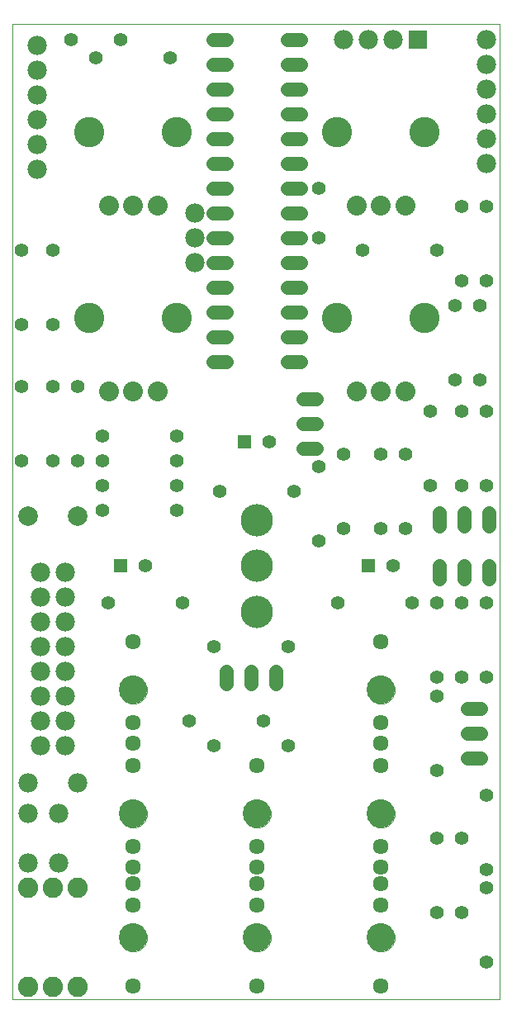
<source format=gbs>
G75*
%MOIN*%
%OFA0B0*%
%FSLAX24Y24*%
%IPPOS*%
%LPD*%
%AMOC8*
5,1,8,0,0,1.08239X$1,22.5*
%
%ADD10C,0.0000*%
%ADD11C,0.0560*%
%ADD12C,0.0634*%
%ADD13C,0.1142*%
%ADD14C,0.0800*%
%ADD15C,0.1221*%
%ADD16C,0.1306*%
%ADD17C,0.0560*%
%ADD18C,0.0780*%
%ADD19C,0.0820*%
%ADD20C,0.0790*%
%ADD21R,0.0560X0.0560*%
%ADD22R,0.0780X0.0780*%
D10*
X002694Y002643D02*
X022379Y002643D01*
X022379Y042013D01*
X002694Y042013D01*
X002694Y002643D01*
X007025Y005143D02*
X007027Y005190D01*
X007033Y005236D01*
X007043Y005282D01*
X007056Y005327D01*
X007074Y005370D01*
X007095Y005412D01*
X007119Y005452D01*
X007147Y005489D01*
X007178Y005524D01*
X007212Y005557D01*
X007248Y005586D01*
X007287Y005612D01*
X007328Y005635D01*
X007371Y005654D01*
X007415Y005670D01*
X007460Y005682D01*
X007506Y005690D01*
X007553Y005694D01*
X007599Y005694D01*
X007646Y005690D01*
X007692Y005682D01*
X007737Y005670D01*
X007781Y005654D01*
X007824Y005635D01*
X007865Y005612D01*
X007904Y005586D01*
X007940Y005557D01*
X007974Y005524D01*
X008005Y005489D01*
X008033Y005452D01*
X008057Y005412D01*
X008078Y005370D01*
X008096Y005327D01*
X008109Y005282D01*
X008119Y005236D01*
X008125Y005190D01*
X008127Y005143D01*
X008125Y005096D01*
X008119Y005050D01*
X008109Y005004D01*
X008096Y004959D01*
X008078Y004916D01*
X008057Y004874D01*
X008033Y004834D01*
X008005Y004797D01*
X007974Y004762D01*
X007940Y004729D01*
X007904Y004700D01*
X007865Y004674D01*
X007824Y004651D01*
X007781Y004632D01*
X007737Y004616D01*
X007692Y004604D01*
X007646Y004596D01*
X007599Y004592D01*
X007553Y004592D01*
X007506Y004596D01*
X007460Y004604D01*
X007415Y004616D01*
X007371Y004632D01*
X007328Y004651D01*
X007287Y004674D01*
X007248Y004700D01*
X007212Y004729D01*
X007178Y004762D01*
X007147Y004797D01*
X007119Y004834D01*
X007095Y004874D01*
X007074Y004916D01*
X007056Y004959D01*
X007043Y005004D01*
X007033Y005050D01*
X007027Y005096D01*
X007025Y005143D01*
X007025Y010143D02*
X007027Y010190D01*
X007033Y010236D01*
X007043Y010282D01*
X007056Y010327D01*
X007074Y010370D01*
X007095Y010412D01*
X007119Y010452D01*
X007147Y010489D01*
X007178Y010524D01*
X007212Y010557D01*
X007248Y010586D01*
X007287Y010612D01*
X007328Y010635D01*
X007371Y010654D01*
X007415Y010670D01*
X007460Y010682D01*
X007506Y010690D01*
X007553Y010694D01*
X007599Y010694D01*
X007646Y010690D01*
X007692Y010682D01*
X007737Y010670D01*
X007781Y010654D01*
X007824Y010635D01*
X007865Y010612D01*
X007904Y010586D01*
X007940Y010557D01*
X007974Y010524D01*
X008005Y010489D01*
X008033Y010452D01*
X008057Y010412D01*
X008078Y010370D01*
X008096Y010327D01*
X008109Y010282D01*
X008119Y010236D01*
X008125Y010190D01*
X008127Y010143D01*
X008125Y010096D01*
X008119Y010050D01*
X008109Y010004D01*
X008096Y009959D01*
X008078Y009916D01*
X008057Y009874D01*
X008033Y009834D01*
X008005Y009797D01*
X007974Y009762D01*
X007940Y009729D01*
X007904Y009700D01*
X007865Y009674D01*
X007824Y009651D01*
X007781Y009632D01*
X007737Y009616D01*
X007692Y009604D01*
X007646Y009596D01*
X007599Y009592D01*
X007553Y009592D01*
X007506Y009596D01*
X007460Y009604D01*
X007415Y009616D01*
X007371Y009632D01*
X007328Y009651D01*
X007287Y009674D01*
X007248Y009700D01*
X007212Y009729D01*
X007178Y009762D01*
X007147Y009797D01*
X007119Y009834D01*
X007095Y009874D01*
X007074Y009916D01*
X007056Y009959D01*
X007043Y010004D01*
X007033Y010050D01*
X007027Y010096D01*
X007025Y010143D01*
X007025Y015143D02*
X007027Y015190D01*
X007033Y015236D01*
X007043Y015282D01*
X007056Y015327D01*
X007074Y015370D01*
X007095Y015412D01*
X007119Y015452D01*
X007147Y015489D01*
X007178Y015524D01*
X007212Y015557D01*
X007248Y015586D01*
X007287Y015612D01*
X007328Y015635D01*
X007371Y015654D01*
X007415Y015670D01*
X007460Y015682D01*
X007506Y015690D01*
X007553Y015694D01*
X007599Y015694D01*
X007646Y015690D01*
X007692Y015682D01*
X007737Y015670D01*
X007781Y015654D01*
X007824Y015635D01*
X007865Y015612D01*
X007904Y015586D01*
X007940Y015557D01*
X007974Y015524D01*
X008005Y015489D01*
X008033Y015452D01*
X008057Y015412D01*
X008078Y015370D01*
X008096Y015327D01*
X008109Y015282D01*
X008119Y015236D01*
X008125Y015190D01*
X008127Y015143D01*
X008125Y015096D01*
X008119Y015050D01*
X008109Y015004D01*
X008096Y014959D01*
X008078Y014916D01*
X008057Y014874D01*
X008033Y014834D01*
X008005Y014797D01*
X007974Y014762D01*
X007940Y014729D01*
X007904Y014700D01*
X007865Y014674D01*
X007824Y014651D01*
X007781Y014632D01*
X007737Y014616D01*
X007692Y014604D01*
X007646Y014596D01*
X007599Y014592D01*
X007553Y014592D01*
X007506Y014596D01*
X007460Y014604D01*
X007415Y014616D01*
X007371Y014632D01*
X007328Y014651D01*
X007287Y014674D01*
X007248Y014700D01*
X007212Y014729D01*
X007178Y014762D01*
X007147Y014797D01*
X007119Y014834D01*
X007095Y014874D01*
X007074Y014916D01*
X007056Y014959D01*
X007043Y015004D01*
X007033Y015050D01*
X007027Y015096D01*
X007025Y015143D01*
X012025Y010143D02*
X012027Y010190D01*
X012033Y010236D01*
X012043Y010282D01*
X012056Y010327D01*
X012074Y010370D01*
X012095Y010412D01*
X012119Y010452D01*
X012147Y010489D01*
X012178Y010524D01*
X012212Y010557D01*
X012248Y010586D01*
X012287Y010612D01*
X012328Y010635D01*
X012371Y010654D01*
X012415Y010670D01*
X012460Y010682D01*
X012506Y010690D01*
X012553Y010694D01*
X012599Y010694D01*
X012646Y010690D01*
X012692Y010682D01*
X012737Y010670D01*
X012781Y010654D01*
X012824Y010635D01*
X012865Y010612D01*
X012904Y010586D01*
X012940Y010557D01*
X012974Y010524D01*
X013005Y010489D01*
X013033Y010452D01*
X013057Y010412D01*
X013078Y010370D01*
X013096Y010327D01*
X013109Y010282D01*
X013119Y010236D01*
X013125Y010190D01*
X013127Y010143D01*
X013125Y010096D01*
X013119Y010050D01*
X013109Y010004D01*
X013096Y009959D01*
X013078Y009916D01*
X013057Y009874D01*
X013033Y009834D01*
X013005Y009797D01*
X012974Y009762D01*
X012940Y009729D01*
X012904Y009700D01*
X012865Y009674D01*
X012824Y009651D01*
X012781Y009632D01*
X012737Y009616D01*
X012692Y009604D01*
X012646Y009596D01*
X012599Y009592D01*
X012553Y009592D01*
X012506Y009596D01*
X012460Y009604D01*
X012415Y009616D01*
X012371Y009632D01*
X012328Y009651D01*
X012287Y009674D01*
X012248Y009700D01*
X012212Y009729D01*
X012178Y009762D01*
X012147Y009797D01*
X012119Y009834D01*
X012095Y009874D01*
X012074Y009916D01*
X012056Y009959D01*
X012043Y010004D01*
X012033Y010050D01*
X012027Y010096D01*
X012025Y010143D01*
X012025Y005143D02*
X012027Y005190D01*
X012033Y005236D01*
X012043Y005282D01*
X012056Y005327D01*
X012074Y005370D01*
X012095Y005412D01*
X012119Y005452D01*
X012147Y005489D01*
X012178Y005524D01*
X012212Y005557D01*
X012248Y005586D01*
X012287Y005612D01*
X012328Y005635D01*
X012371Y005654D01*
X012415Y005670D01*
X012460Y005682D01*
X012506Y005690D01*
X012553Y005694D01*
X012599Y005694D01*
X012646Y005690D01*
X012692Y005682D01*
X012737Y005670D01*
X012781Y005654D01*
X012824Y005635D01*
X012865Y005612D01*
X012904Y005586D01*
X012940Y005557D01*
X012974Y005524D01*
X013005Y005489D01*
X013033Y005452D01*
X013057Y005412D01*
X013078Y005370D01*
X013096Y005327D01*
X013109Y005282D01*
X013119Y005236D01*
X013125Y005190D01*
X013127Y005143D01*
X013125Y005096D01*
X013119Y005050D01*
X013109Y005004D01*
X013096Y004959D01*
X013078Y004916D01*
X013057Y004874D01*
X013033Y004834D01*
X013005Y004797D01*
X012974Y004762D01*
X012940Y004729D01*
X012904Y004700D01*
X012865Y004674D01*
X012824Y004651D01*
X012781Y004632D01*
X012737Y004616D01*
X012692Y004604D01*
X012646Y004596D01*
X012599Y004592D01*
X012553Y004592D01*
X012506Y004596D01*
X012460Y004604D01*
X012415Y004616D01*
X012371Y004632D01*
X012328Y004651D01*
X012287Y004674D01*
X012248Y004700D01*
X012212Y004729D01*
X012178Y004762D01*
X012147Y004797D01*
X012119Y004834D01*
X012095Y004874D01*
X012074Y004916D01*
X012056Y004959D01*
X012043Y005004D01*
X012033Y005050D01*
X012027Y005096D01*
X012025Y005143D01*
X017025Y005143D02*
X017027Y005190D01*
X017033Y005236D01*
X017043Y005282D01*
X017056Y005327D01*
X017074Y005370D01*
X017095Y005412D01*
X017119Y005452D01*
X017147Y005489D01*
X017178Y005524D01*
X017212Y005557D01*
X017248Y005586D01*
X017287Y005612D01*
X017328Y005635D01*
X017371Y005654D01*
X017415Y005670D01*
X017460Y005682D01*
X017506Y005690D01*
X017553Y005694D01*
X017599Y005694D01*
X017646Y005690D01*
X017692Y005682D01*
X017737Y005670D01*
X017781Y005654D01*
X017824Y005635D01*
X017865Y005612D01*
X017904Y005586D01*
X017940Y005557D01*
X017974Y005524D01*
X018005Y005489D01*
X018033Y005452D01*
X018057Y005412D01*
X018078Y005370D01*
X018096Y005327D01*
X018109Y005282D01*
X018119Y005236D01*
X018125Y005190D01*
X018127Y005143D01*
X018125Y005096D01*
X018119Y005050D01*
X018109Y005004D01*
X018096Y004959D01*
X018078Y004916D01*
X018057Y004874D01*
X018033Y004834D01*
X018005Y004797D01*
X017974Y004762D01*
X017940Y004729D01*
X017904Y004700D01*
X017865Y004674D01*
X017824Y004651D01*
X017781Y004632D01*
X017737Y004616D01*
X017692Y004604D01*
X017646Y004596D01*
X017599Y004592D01*
X017553Y004592D01*
X017506Y004596D01*
X017460Y004604D01*
X017415Y004616D01*
X017371Y004632D01*
X017328Y004651D01*
X017287Y004674D01*
X017248Y004700D01*
X017212Y004729D01*
X017178Y004762D01*
X017147Y004797D01*
X017119Y004834D01*
X017095Y004874D01*
X017074Y004916D01*
X017056Y004959D01*
X017043Y005004D01*
X017033Y005050D01*
X017027Y005096D01*
X017025Y005143D01*
X017025Y010143D02*
X017027Y010190D01*
X017033Y010236D01*
X017043Y010282D01*
X017056Y010327D01*
X017074Y010370D01*
X017095Y010412D01*
X017119Y010452D01*
X017147Y010489D01*
X017178Y010524D01*
X017212Y010557D01*
X017248Y010586D01*
X017287Y010612D01*
X017328Y010635D01*
X017371Y010654D01*
X017415Y010670D01*
X017460Y010682D01*
X017506Y010690D01*
X017553Y010694D01*
X017599Y010694D01*
X017646Y010690D01*
X017692Y010682D01*
X017737Y010670D01*
X017781Y010654D01*
X017824Y010635D01*
X017865Y010612D01*
X017904Y010586D01*
X017940Y010557D01*
X017974Y010524D01*
X018005Y010489D01*
X018033Y010452D01*
X018057Y010412D01*
X018078Y010370D01*
X018096Y010327D01*
X018109Y010282D01*
X018119Y010236D01*
X018125Y010190D01*
X018127Y010143D01*
X018125Y010096D01*
X018119Y010050D01*
X018109Y010004D01*
X018096Y009959D01*
X018078Y009916D01*
X018057Y009874D01*
X018033Y009834D01*
X018005Y009797D01*
X017974Y009762D01*
X017940Y009729D01*
X017904Y009700D01*
X017865Y009674D01*
X017824Y009651D01*
X017781Y009632D01*
X017737Y009616D01*
X017692Y009604D01*
X017646Y009596D01*
X017599Y009592D01*
X017553Y009592D01*
X017506Y009596D01*
X017460Y009604D01*
X017415Y009616D01*
X017371Y009632D01*
X017328Y009651D01*
X017287Y009674D01*
X017248Y009700D01*
X017212Y009729D01*
X017178Y009762D01*
X017147Y009797D01*
X017119Y009834D01*
X017095Y009874D01*
X017074Y009916D01*
X017056Y009959D01*
X017043Y010004D01*
X017033Y010050D01*
X017027Y010096D01*
X017025Y010143D01*
X017025Y015143D02*
X017027Y015190D01*
X017033Y015236D01*
X017043Y015282D01*
X017056Y015327D01*
X017074Y015370D01*
X017095Y015412D01*
X017119Y015452D01*
X017147Y015489D01*
X017178Y015524D01*
X017212Y015557D01*
X017248Y015586D01*
X017287Y015612D01*
X017328Y015635D01*
X017371Y015654D01*
X017415Y015670D01*
X017460Y015682D01*
X017506Y015690D01*
X017553Y015694D01*
X017599Y015694D01*
X017646Y015690D01*
X017692Y015682D01*
X017737Y015670D01*
X017781Y015654D01*
X017824Y015635D01*
X017865Y015612D01*
X017904Y015586D01*
X017940Y015557D01*
X017974Y015524D01*
X018005Y015489D01*
X018033Y015452D01*
X018057Y015412D01*
X018078Y015370D01*
X018096Y015327D01*
X018109Y015282D01*
X018119Y015236D01*
X018125Y015190D01*
X018127Y015143D01*
X018125Y015096D01*
X018119Y015050D01*
X018109Y015004D01*
X018096Y014959D01*
X018078Y014916D01*
X018057Y014874D01*
X018033Y014834D01*
X018005Y014797D01*
X017974Y014762D01*
X017940Y014729D01*
X017904Y014700D01*
X017865Y014674D01*
X017824Y014651D01*
X017781Y014632D01*
X017737Y014616D01*
X017692Y014604D01*
X017646Y014596D01*
X017599Y014592D01*
X017553Y014592D01*
X017506Y014596D01*
X017460Y014604D01*
X017415Y014616D01*
X017371Y014632D01*
X017328Y014651D01*
X017287Y014674D01*
X017248Y014700D01*
X017212Y014729D01*
X017178Y014762D01*
X017147Y014797D01*
X017119Y014834D01*
X017095Y014874D01*
X017074Y014916D01*
X017056Y014959D01*
X017043Y015004D01*
X017033Y015050D01*
X017027Y015096D01*
X017025Y015143D01*
D11*
X015826Y018643D03*
X015076Y021143D03*
X016076Y021643D03*
X015076Y024143D03*
X016076Y024643D03*
X017576Y024643D03*
X018576Y024643D03*
X019576Y023393D03*
X020826Y023393D03*
X021826Y023393D03*
X021826Y026393D03*
X021576Y027643D03*
X020826Y026393D03*
X020576Y027643D03*
X019576Y026393D03*
X020576Y030643D03*
X020826Y031643D03*
X021576Y030643D03*
X021826Y031643D03*
X021826Y034643D03*
X020826Y034643D03*
X019826Y032893D03*
X016826Y032893D03*
X015076Y033393D03*
X015076Y035393D03*
X013076Y025143D03*
X014076Y023143D03*
X011076Y023143D03*
X009326Y023393D03*
X009326Y024393D03*
X009326Y025393D03*
X009326Y022393D03*
X008076Y020143D03*
X009576Y018643D03*
X010826Y016893D03*
X009826Y013893D03*
X010826Y012893D03*
X012826Y013893D03*
X013826Y012893D03*
X013826Y016893D03*
X017576Y021643D03*
X018576Y021643D03*
X018076Y020143D03*
X018826Y018643D03*
X019826Y018643D03*
X020826Y018643D03*
X021826Y018643D03*
X021826Y015643D03*
X020826Y015643D03*
X019826Y015643D03*
X019826Y014893D03*
X019826Y011893D03*
X019826Y009143D03*
X020826Y009143D03*
X021826Y007893D03*
X021826Y007143D03*
X020826Y006143D03*
X019826Y006143D03*
X021826Y004143D03*
X021826Y010893D03*
X006576Y018643D03*
X006326Y022393D03*
X006326Y023393D03*
X006326Y024393D03*
X006326Y025393D03*
X005326Y024393D03*
X004326Y024393D03*
X003076Y024393D03*
X003076Y027393D03*
X004326Y027393D03*
X005326Y027393D03*
X004326Y029893D03*
X003076Y029893D03*
X003076Y032893D03*
X004326Y032893D03*
X006076Y040643D03*
X007076Y041393D03*
X005076Y041393D03*
X009076Y040643D03*
D12*
X007576Y017080D03*
X007576Y013813D03*
X007576Y012978D03*
X007576Y012080D03*
X007576Y008813D03*
X007576Y007978D03*
X007576Y007309D03*
X007576Y006474D03*
X007576Y003206D03*
X012576Y003206D03*
X012576Y006474D03*
X012576Y007309D03*
X012576Y007978D03*
X012576Y008813D03*
X012576Y012080D03*
X017576Y012080D03*
X017576Y012978D03*
X017576Y013813D03*
X017576Y017080D03*
X017576Y008813D03*
X017576Y007978D03*
X017576Y007309D03*
X017576Y006474D03*
X017576Y003206D03*
D13*
X017576Y005143D03*
X017576Y010143D03*
X017576Y015143D03*
X012576Y010143D03*
X012576Y005143D03*
X007576Y005143D03*
X007576Y010143D03*
X007576Y015143D03*
D14*
X007576Y027191D03*
X006591Y027191D03*
X008560Y027191D03*
X008560Y034691D03*
X007576Y034691D03*
X006591Y034691D03*
X016591Y034691D03*
X017576Y034691D03*
X018560Y034691D03*
X018560Y027191D03*
X017576Y027191D03*
X016591Y027191D03*
D15*
X015804Y030143D03*
X019347Y030143D03*
X019347Y037643D03*
X015804Y037643D03*
X009347Y037643D03*
X005804Y037643D03*
X005804Y030143D03*
X009347Y030143D03*
D16*
X012576Y021993D03*
X012576Y020143D03*
X012576Y018293D03*
D17*
X012326Y015903D02*
X012326Y015383D01*
X011326Y015383D02*
X011326Y015903D01*
X013326Y015903D02*
X013326Y015383D01*
X014441Y024893D02*
X014961Y024893D01*
X014961Y025893D02*
X014441Y025893D01*
X014441Y026893D02*
X014961Y026893D01*
X014336Y028393D02*
X013816Y028393D01*
X013816Y029393D02*
X014336Y029393D01*
X014336Y030393D02*
X013816Y030393D01*
X013816Y031393D02*
X014336Y031393D01*
X014336Y032393D02*
X013816Y032393D01*
X013816Y033393D02*
X014336Y033393D01*
X014336Y034393D02*
X013816Y034393D01*
X013816Y035393D02*
X014336Y035393D01*
X014336Y036393D02*
X013816Y036393D01*
X013816Y037393D02*
X014336Y037393D01*
X014336Y038393D02*
X013816Y038393D01*
X013816Y039393D02*
X014336Y039393D01*
X014336Y040393D02*
X013816Y040393D01*
X013816Y041393D02*
X014336Y041393D01*
X011336Y041393D02*
X010816Y041393D01*
X010816Y040393D02*
X011336Y040393D01*
X011336Y039393D02*
X010816Y039393D01*
X010816Y038393D02*
X011336Y038393D01*
X011336Y037393D02*
X010816Y037393D01*
X010816Y036393D02*
X011336Y036393D01*
X011336Y035393D02*
X010816Y035393D01*
X010816Y034393D02*
X011336Y034393D01*
X011336Y033393D02*
X010816Y033393D01*
X010816Y032393D02*
X011336Y032393D01*
X011336Y031393D02*
X010816Y031393D01*
X010816Y030393D02*
X011336Y030393D01*
X011336Y029393D02*
X010816Y029393D01*
X010816Y028393D02*
X011336Y028393D01*
X019951Y022278D02*
X019951Y021758D01*
X019951Y020153D02*
X019951Y019633D01*
X020951Y019633D02*
X020951Y020153D01*
X021951Y020153D02*
X021951Y019633D01*
X021951Y021758D02*
X021951Y022278D01*
X020951Y022278D02*
X020951Y021758D01*
X021066Y014393D02*
X021586Y014393D01*
X021586Y013393D02*
X021066Y013393D01*
X021066Y012393D02*
X021586Y012393D01*
D18*
X010076Y032393D03*
X010076Y033393D03*
X010076Y034393D03*
X016076Y041393D03*
X017076Y041393D03*
X018076Y041393D03*
X021826Y041393D03*
X021826Y040393D03*
X021826Y039393D03*
X021826Y038393D03*
X021826Y037393D03*
X021826Y036393D03*
X005326Y011393D03*
X004576Y010143D03*
X004576Y008143D03*
X003326Y008143D03*
X003326Y010143D03*
X003326Y011393D03*
X003826Y012893D03*
X003826Y013893D03*
X003826Y014893D03*
X003826Y015893D03*
X003826Y016893D03*
X003826Y017893D03*
X003826Y018893D03*
X003826Y019893D03*
X004826Y019893D03*
X004826Y018893D03*
X004826Y017893D03*
X004826Y016893D03*
X004826Y015893D03*
X004826Y014893D03*
X004826Y013893D03*
X004826Y012893D03*
X003701Y036143D03*
X003701Y037143D03*
X003701Y038143D03*
X003701Y039143D03*
X003701Y040143D03*
X003701Y041143D03*
D19*
X003326Y007143D03*
X004326Y007143D03*
X005326Y007143D03*
X005326Y003143D03*
X004326Y003143D03*
X003326Y003143D03*
D20*
X003326Y022143D03*
X005326Y022143D03*
D21*
X007076Y020143D03*
X012076Y025143D03*
X017076Y020143D03*
D22*
X019076Y041393D03*
M02*

</source>
